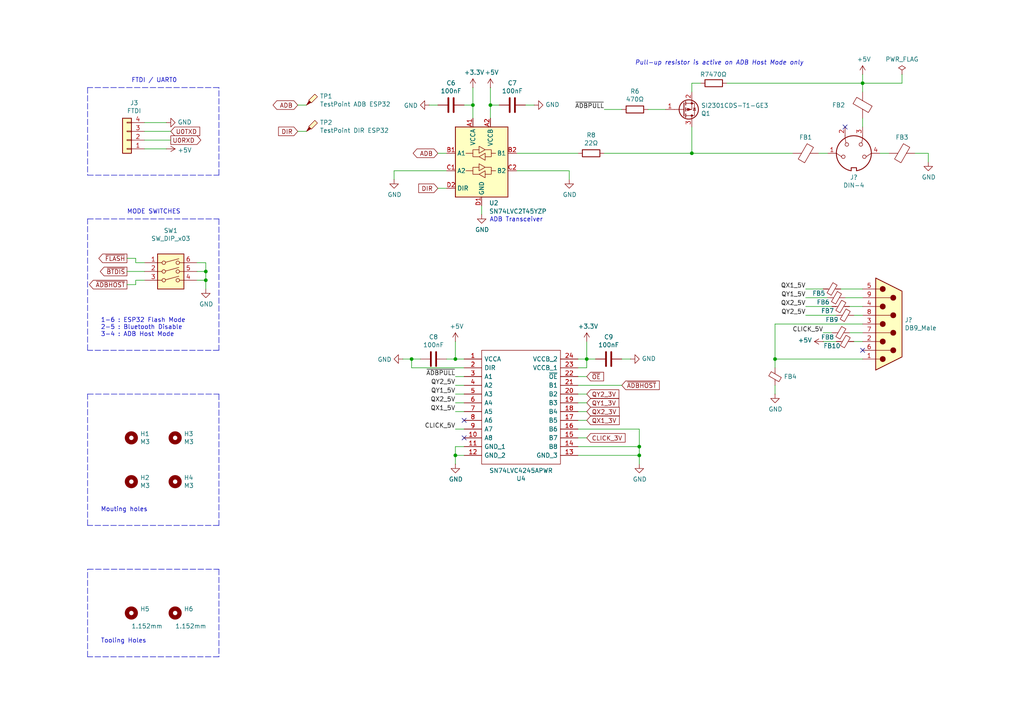
<source format=kicad_sch>
(kicad_sch (version 20250114) (generator "eeschema") (generator_version "9.0")
  (paper "A4")
  (title_block (title "Quack Mouse Adapter") (date "2025-11-25") (rev "1.5") (company "Lostwave") (comment 1 "https://68kmla.org") (comment 2 "https://github.com/demik/quack/tree/master/EDA"))
  (lib_symbols
    (symbol "Connector:DIN-4" (pin_names (offset 1.016))
      (property "Reference" "J" (at 5.334 5.08 0))
      (property "Value" "DIN-4" (at 0 -6.35 0))
      (symbol "DIN-4_0_1"
        (polyline (pts (xy -3.556 -1.016) (xy -5.08 0)))
        (circle (center -3.048 -1.016) (radius 0.508))
        (polyline (pts (xy -2.54 5.08) (xy -2.54 4.318) (xy -2.286 3.048)))
        (circle (center -2.032 2.54) (radius 0.508))
        (polyline (pts (xy -0.762 -4.953) (xy -0.762 -4.191) (xy 0.762 -4.191) (xy 0.762 -4.953)) (stroke (width 0.254)))
        (arc (start 5.08 0) (mid 3.8673 -3.3444) (end 0.762 -5.08) (stroke (width 0.254)))
        (arc (start -5.08 0) (mid 0 5.0579) (end 5.08 0) (stroke (width 0.254)))
        (arc (start -0.762 -5.08) (mid -3.8597 -3.3379) (end -5.08 0) (stroke (width 0.254)))
        (circle (center 2.032 2.54) (radius 0.508))
        (polyline (pts (xy 2.54 5.08) (xy 2.54 4.318) (xy 2.286 3.048)))
        (circle (center 3.048 -1.016) (radius 0.508))
        (polyline (pts (xy 5.08 0) (xy 3.556 -1.016)))
      )
      (symbol "DIN-4_1_1"
        (pin passive line (at -7.62 0 0) (length 2.54) (name "~") (number "1"))
        (pin passive line (at -2.54 7.62 270) (length 2.54) (name "~") (number "2"))
        (pin passive line (at 2.54 7.62 270) (length 2.54) (name "~") (number "3"))
        (pin passive line (at 7.62 0 180) (length 2.54) (name "~") (number "4"))
      )
    )
    (symbol "Connector:TestPoint_Probe" (pin_numbers (hide yes)) (pin_names (offset 0.762) (hide yes))
      (property "Reference" "TP" (at 1.651 5.842 0))
      (property "Value" "TestPoint_Probe" (at 1.651 4.064 0))
      (symbol "TestPoint_Probe_0_1"
        (polyline (pts (xy 1.27 0.762) (xy 0 0) (xy 0.762 1.27) (xy 1.27 0.762)) (fill (type outline)))
        (polyline (pts (xy 1.397 0.635) (xy 0.635 1.397) (xy 2.413 3.175) (xy 3.175 2.413) (xy 1.397 0.635)) (fill (type background)))
      )
      (symbol "TestPoint_Probe_1_1"
        (pin passive line (at 0 0 90) (length 0) (name "1") (number "1"))
      )
    )
    (symbol "Connector_Generic:Conn_01x04" (pin_names (offset 1.016) (hide yes))
      (property "Reference" "J" (at 0 5.08 0))
      (property "Value" "Conn_01x04" (at 0 -7.62 0))
      (symbol "Conn_01x04_1_1"
        (rectangle (start -1.27 3.81) (end 1.27 -6.35) (stroke (width 0.254)) (fill (type background)))
        (rectangle (start -1.27 2.667) (end 0 2.413) (stroke (width 0.1524)))
        (rectangle (start -1.27 0.127) (end 0 -0.127) (stroke (width 0.1524)))
        (rectangle (start -1.27 -2.413) (end 0 -2.667) (stroke (width 0.1524)))
        (rectangle (start -1.27 -4.953) (end 0 -5.207) (stroke (width 0.1524)))
        (pin passive line (at -5.08 2.54 0) (length 3.81) (name "Pin_1") (number "1"))
        (pin passive line (at -5.08 0 0) (length 3.81) (name "Pin_2") (number "2"))
        (pin passive line (at -5.08 -2.54 0) (length 3.81) (name "Pin_3") (number "3"))
        (pin passive line (at -5.08 -5.08 0) (length 3.81) (name "Pin_4") (number "4"))
      )
    )
    (symbol "Device:C" (pin_numbers (hide yes)) (pin_names (offset 0.254))
      (property "Reference" "C" (at 0.635 2.54 0))
      (property "Value" "C" (at 0.635 -2.54 0))
      (symbol "C_0_1"
        (polyline (pts (xy -2.032 0.762) (xy 2.032 0.762)) (stroke (width 0.508)))
        (polyline (pts (xy -2.032 -0.762) (xy 2.032 -0.762)) (stroke (width 0.508)))
      )
      (symbol "C_1_1"
        (pin passive line (at 0 3.81 270) (length 2.794) (name "~") (number "1"))
        (pin passive line (at 0 -3.81 90) (length 2.794) (name "~") (number "2"))
      )
    )
    (symbol "Device:FerriteBead" (pin_numbers (hide yes)) (pin_names (offset 0))
      (property "Reference" "FB" (at -3.81 0.635 90))
      (property "Value" "FerriteBead" (at 3.81 0 90))
      (symbol "FerriteBead_0_1"
        (polyline (pts (xy -2.7686 0.4064) (xy -1.7018 2.2606) (xy 2.7686 -0.3048) (xy 1.6764 -2.159) (xy -2.7686 0.4064)))
        (polyline (pts (xy 0 1.27) (xy 0 1.2954)))
        (polyline (pts (xy 0 -1.27) (xy 0 -1.2192)))
      )
      (symbol "FerriteBead_1_1"
        (pin passive line (at 0 3.81 270) (length 2.54) (name "~") (number "1"))
        (pin passive line (at 0 -3.81 90) (length 2.54) (name "~") (number "2"))
      )
    )
    (symbol "Device:FerriteBead_Small" (pin_numbers (hide yes)) (pin_names (offset 0))
      (property "Reference" "FB" (at 1.905 1.27 0))
      (property "Value" "FerriteBead_Small" (at 1.905 -1.27 0))
      (symbol "FerriteBead_Small_0_1"
        (polyline (pts (xy -1.8288 0.2794) (xy -1.1176 1.4986) (xy 1.8288 -0.2032) (xy 1.1176 -1.4224) (xy -1.8288 0.2794)))
        (polyline (pts (xy 0 0.889) (xy 0 1.2954)))
        (polyline (pts (xy 0 -1.27) (xy 0 -0.7874)))
      )
      (symbol "FerriteBead_Small_1_1"
        (pin passive line (at 0 2.54 270) (length 1.27) (name "~") (number "1"))
        (pin passive line (at 0 -2.54 90) (length 1.27) (name "~") (number "2"))
      )
    )
    (symbol "Device:R" (pin_numbers (hide yes)) (pin_names (offset 0))
      (property "Reference" "R" (at 2.032 0 90))
      (property "Value" "R" (at 0 0 90))
      (symbol "R_0_1"
        (rectangle (start -1.016 -2.54) (end 1.016 2.54) (stroke (width 0.254)))
      )
      (symbol "R_1_1"
        (pin passive line (at 0 3.81 270) (length 1.27) (name "~") (number "1"))
        (pin passive line (at 0 -3.81 90) (length 1.27) (name "~") (number "2"))
      )
    )
    (symbol "Logic_LevelTranslator:SN74LVC2T45YZP"
      (property "Reference" "U" (at -6.35 11.43 0))
      (property "Value" "SN74LVC2T45YZP" (at 3.81 11.43 0))
      (symbol "SN74LVC2T45YZP_0_1"
        (rectangle (start -7.62 10.16) (end 7.62 -10.16) (stroke (width 0.254)) (fill (type background)))
        (polyline (pts (xy -2.54 2.54) (xy -2.54 3.556) (xy -0.762 3.556)))
        (polyline (pts (xy -0.762 2.54) (xy -0.762 4.572) (xy 1.016 3.556) (xy -0.762 2.54)))
        (polyline (pts (xy -0.762 1.524) (xy -2.54 1.524) (xy -2.54 2.54) (xy -4.572 2.54)))
        (polyline (pts (xy 1.016 3.556) (xy 2.794 3.556) (xy 2.794 2.54) (xy 4.064 2.54)))
        (polyline (pts (xy 1.016 2.54) (xy 1.016 0.762) (xy 1.016 0.508) (xy -0.762 1.524) (xy 1.016 2.54)))
        (polyline (pts (xy 2.794 2.54) (xy 2.794 1.524) (xy 1.016 1.524)))
      )
      (symbol "SN74LVC2T45YZP_1_1"
        (polyline (pts (xy -2.54 -2.54) (xy -2.54 -1.524) (xy -0.762 -1.524)))
        (polyline (pts (xy -0.762 -2.54) (xy -0.762 -0.508) (xy 1.016 -1.524) (xy -0.762 -2.54)))
        (polyline (pts (xy -0.762 -3.556) (xy -2.54 -3.556) (xy -2.54 -2.54) (xy -4.572 -2.54)))
        (polyline (pts (xy 1.016 -1.524) (xy 2.794 -1.524) (xy 2.794 -2.54) (xy 4.064 -2.54)))
        (polyline (pts (xy 1.016 -2.54) (xy 1.016 -4.318) (xy 1.016 -4.572) (xy -0.762 -3.556) (xy 1.016 -2.54)))
        (polyline (pts (xy 2.794 -2.54) (xy 2.794 -3.556) (xy 1.016 -3.556)))
        (pin bidirectional line (at -10.16 2.54 0) (length 2.54) (name "A1") (number "B1"))
        (pin bidirectional line (at -10.16 -2.54 0) (length 2.54) (name "A2") (number "C1"))
        (pin input line (at -10.16 -7.62 0) (length 2.54) (name "DIR") (number "D2"))
        (pin power_in line (at -2.54 12.7 270) (length 2.54) (name "VCCA") (number "A1"))
        (pin power_in line (at 0 -12.7 90) (length 2.54) (name "GND") (number "D1"))
        (pin power_in line (at 2.54 12.7 270) (length 2.54) (name "VCCB") (number "A2"))
        (pin bidirectional line (at 10.16 2.54 180) (length 2.54) (name "B1") (number "B2"))
        (pin bidirectional line (at 10.16 -2.54 180) (length 2.54) (name "B2") (number "C2"))
      )
    )
    (symbol "Mechanical:MountingHole" (pin_names (offset 1.016)) (in_bom no)
      (property "Reference" "H" (at 0 5.08 0))
      (property "Value" "MountingHole" (at 0 3.175 0))
      (symbol "MountingHole_0_1"
        (circle (center 0 0) (radius 1.27) (stroke (width 1.27)))
      )
    )
    (symbol "SN74LVC4245APWR:SN74LVC4245APWR" (pin_names (offset 0.762))
      (property "Reference" "IC" (at 29.21 7.62 0))
      (property "Value" "SN74LVC4245APWR" (at 29.21 5.08 0))
      (symbol "SN74LVC4245APWR_0_0"
        (pin passive line (at 0 0 0) (length 5.08) (name "VCCA") (number "1"))
        (pin passive line (at 0 -2.54 0) (length 5.08) (name "DIR") (number "2"))
        (pin passive line (at 0 -5.08 0) (length 5.08) (name "A1") (number "3"))
        (pin passive line (at 0 -7.62 0) (length 5.08) (name "A2") (number "4"))
        (pin passive line (at 0 -10.16 0) (length 5.08) (name "A3") (number "5"))
        (pin passive line (at 0 -12.7 0) (length 5.08) (name "A4") (number "6"))
        (pin passive line (at 0 -15.24 0) (length 5.08) (name "A5") (number "7"))
        (pin passive line (at 0 -17.78 0) (length 5.08) (name "A6") (number "8"))
        (pin passive line (at 0 -20.32 0) (length 5.08) (name "A7") (number "9"))
        (pin passive line (at 0 -22.86 0) (length 5.08) (name "A8") (number "10"))
        (pin passive line (at 0 -25.4 0) (length 5.08) (name "GND_1") (number "11"))
        (pin passive line (at 0 -27.94 0) (length 5.08) (name "GND_2") (number "12"))
        (pin passive line (at 33.02 0 180) (length 5.08) (name "VCCB_2") (number "24"))
        (pin passive line (at 33.02 -2.54 180) (length 5.08) (name "VCCB_1") (number "23"))
        (pin passive line (at 33.02 -5.08 180) (length 5.08) (name "~{OE}") (number "22"))
        (pin passive line (at 33.02 -7.62 180) (length 5.08) (name "B1") (number "21"))
        (pin passive line (at 33.02 -10.16 180) (length 5.08) (name "B2") (number "20"))
        (pin passive line (at 33.02 -12.7 180) (length 5.08) (name "B3") (number "19"))
        (pin passive line (at 33.02 -15.24 180) (length 5.08) (name "B4") (number "18"))
        (pin passive line (at 33.02 -17.78 180) (length 5.08) (name "B5") (number "17"))
        (pin passive line (at 33.02 -20.32 180) (length 5.08) (name "B6") (number "16"))
        (pin passive line (at 33.02 -22.86 180) (length 5.08) (name "B7") (number "15"))
        (pin passive line (at 33.02 -25.4 180) (length 5.08) (name "B8") (number "14"))
        (pin passive line (at 33.02 -27.94 180) (length 5.08) (name "GND_3") (number "13"))
      )
      (symbol "SN74LVC4245APWR_0_1"
        (polyline (pts (xy 5.08 2.54) (xy 27.94 2.54) (xy 27.94 -30.48) (xy 5.08 -30.48) (xy 5.08 2.54)) (stroke (width 0.1524)))
      )
    )
    (symbol "Switch:SW_DIP_x03" (pin_names (offset 0) (hide yes))
      (property "Reference" "SW" (at 0 6.35 0))
      (property "Value" "SW_DIP_x03" (at 0 -6.35 0))
      (symbol "SW_DIP_x03_0_0"
        (circle (center -2.032 2.54) (radius 0.508))
        (circle (center -2.032 0) (radius 0.508))
        (circle (center -2.032 -2.54) (radius 0.508))
        (polyline (pts (xy -1.524 2.667) (xy 2.3622 3.7084)))
        (polyline (pts (xy -1.524 0.127) (xy 2.3622 1.1684)))
        (polyline (pts (xy -1.524 -2.413) (xy 2.3622 -1.3716)))
        (circle (center 2.032 2.54) (radius 0.508))
        (circle (center 2.032 0) (radius 0.508))
        (circle (center 2.032 -2.54) (radius 0.508))
      )
      (symbol "SW_DIP_x03_0_1"
        (rectangle (start -3.81 5.08) (end 3.81 -5.08) (stroke (width 0.254)) (fill (type background)))
      )
      (symbol "SW_DIP_x03_1_1"
        (pin passive line (at -7.62 2.54 0) (length 5.08) (name "~") (number "1"))
        (pin passive line (at -7.62 0 0) (length 5.08) (name "~") (number "2"))
        (pin passive line (at -7.62 -2.54 0) (length 5.08) (name "~") (number "3"))
        (pin passive line (at 7.62 2.54 180) (length 5.08) (name "~") (number "6"))
        (pin passive line (at 7.62 0 180) (length 5.08) (name "~") (number "5"))
        (pin passive line (at 7.62 -2.54 180) (length 5.08) (name "~") (number "4"))
      )
    )
    (symbol "Transistor_FET:Q_PMOS_GSD" (pin_names (offset 0) (hide yes))
      (property "Reference" "Q" (at 5.08 1.905 0))
      (property "Value" "Q_PMOS_GSD" (at 5.08 0 0))
      (symbol "Q_PMOS_GSD_0_1"
        (polyline (pts (xy 0.254 1.905) (xy 0.254 -1.905)) (stroke (width 0.254)))
        (polyline (pts (xy 0.254 0) (xy -2.54 0)))
        (polyline (pts (xy 0.762 2.286) (xy 0.762 1.27)) (stroke (width 0.254)))
        (polyline (pts (xy 0.762 1.778) (xy 3.302 1.778) (xy 3.302 -1.778) (xy 0.762 -1.778)))
        (polyline (pts (xy 0.762 0.508) (xy 0.762 -0.508)) (stroke (width 0.254)))
        (polyline (pts (xy 0.762 -1.27) (xy 0.762 -2.286)) (stroke (width 0.254)))
        (circle (center 1.651 0) (radius 2.794) (stroke (width 0.254)))
        (polyline (pts (xy 2.286 0) (xy 1.27 0.381) (xy 1.27 -0.381) (xy 2.286 0)) (fill (type outline)))
        (polyline (pts (xy 2.54 2.54) (xy 2.54 1.778)))
        (circle (center 2.54 1.778) (radius 0.254) (fill (type outline)))
        (circle (center 2.54 -1.778) (radius 0.254) (fill (type outline)))
        (polyline (pts (xy 2.54 -2.54) (xy 2.54 0) (xy 0.762 0)))
        (polyline (pts (xy 2.921 -0.381) (xy 3.683 -0.381)))
        (polyline (pts (xy 3.302 -0.381) (xy 2.921 0.254) (xy 3.683 0.254) (xy 3.302 -0.381)))
      )
      (symbol "Q_PMOS_GSD_1_1"
        (pin input line (at -5.08 0 0) (length 2.54) (name "G") (number "1"))
        (pin passive line (at 2.54 5.08 270) (length 2.54) (name "D") (number "3"))
        (pin passive line (at 2.54 -5.08 90) (length 2.54) (name "S") (number "2"))
      )
    )
    (symbol "power:+3.3V" (power) (pin_numbers (hide yes)) (pin_names (offset 0) (hide yes))
      (property "Value" "+3.3V" (at 0 3.556 0))
      (symbol "+3.3V_0_1"
        (polyline (pts (xy -0.762 1.27) (xy 0 2.54)))
        (polyline (pts (xy 0 2.54) (xy 0.762 1.27)))
        (polyline (pts (xy 0 0) (xy 0 2.54)))
      )
      (symbol "+3.3V_1_1"
        (pin power_in line (at 0 0 90) (length 0) (name "~") (number "1"))
      )
    )
    (symbol "power:+5V" (power) (pin_numbers (hide yes)) (pin_names (offset 0) (hide yes))
      (property "Value" "+5V" (at 0 3.556 0))
      (symbol "+5V_0_1"
        (polyline (pts (xy -0.762 1.27) (xy 0 2.54)))
        (polyline (pts (xy 0 2.54) (xy 0.762 1.27)))
        (polyline (pts (xy 0 0) (xy 0 2.54)))
      )
      (symbol "+5V_1_1"
        (pin power_in line (at 0 0 90) (length 0) (name "~") (number "1"))
      )
    )
    (symbol "power:GND" (power) (pin_numbers (hide yes)) (pin_names (offset 0) (hide yes))
      (property "Value" "GND" (at 0 -3.81 0))
      (symbol "GND_0_1"
        (polyline (pts (xy 0 0) (xy 0 -1.27) (xy 1.27 -1.27) (xy 0 -2.54) (xy -1.27 -1.27) (xy 0 -1.27)))
      )
      (symbol "GND_1_1"
        (pin power_in line (at 0 0 270) (length 0) (name "~") (number "1"))
      )
    )
    (symbol "power:PWR_FLAG" (power) (pin_numbers (hide yes)) (pin_names (offset 0) (hide yes))
      (property "Value" "PWR_FLAG" (at 0 3.81 0))
      (symbol "PWR_FLAG_0_0"
        (pin power_out line (at 0 0 90) (length 0) (name "~") (number "1"))
      )
      (symbol "PWR_FLAG_0_1"
        (polyline (pts (xy 0 0) (xy 0 1.27) (xy -1.016 1.905) (xy 0 2.54) (xy 1.016 1.905) (xy 0 1.27)))
      )
    )
    (symbol "quack-rescue:DB9_Male-Connector" (pin_names (offset 1.016) (hide yes))
      (property "Reference" "J" (at 0 13.97 0))
      (property "Value" "Connector_DB9_Male" (at 0 -14.605 0))
      (symbol "DB9_Male-Connector_0_1"
        (polyline (pts (xy -3.81 10.16) (xy -2.54 10.16)))
        (polyline (pts (xy -3.81 7.62) (xy 0.508 7.62)))
        (polyline (pts (xy -3.81 5.08) (xy -2.54 5.08)))
        (polyline (pts (xy -3.81 2.54) (xy 0.508 2.54)))
        (polyline (pts (xy -3.81 0) (xy -2.54 0)))
        (polyline (pts (xy -3.81 -2.54) (xy 0.508 -2.54)))
        (polyline (pts (xy -3.81 -5.08) (xy -2.54 -5.08)))
        (polyline (pts (xy -3.81 -7.62) (xy 0.508 -7.62)))
        (polyline (pts (xy -3.81 -10.16) (xy -2.54 -10.16)))
        (polyline (pts (xy -3.81 -13.335) (xy -3.81 13.335) (xy 3.81 9.525) (xy 3.81 -9.525) (xy -3.81 -13.335)) (stroke (width 0.254)) (fill (type background)))
        (circle (center -1.778 10.16) (radius 0.762) (fill (type outline)))
        (circle (center -1.778 5.08) (radius 0.762) (fill (type outline)))
        (circle (center -1.778 0) (radius 0.762) (fill (type outline)))
        (circle (center -1.778 -5.08) (radius 0.762) (fill (type outline)))
        (circle (center -1.778 -10.16) (radius 0.762) (fill (type outline)))
        (circle (center 1.27 7.62) (radius 0.762) (fill (type outline)))
        (circle (center 1.27 2.54) (radius 0.762) (fill (type outline)))
        (circle (center 1.27 -2.54) (radius 0.762) (fill (type outline)))
        (circle (center 1.27 -7.62) (radius 0.762) (fill (type outline)))
      )
      (symbol "DB9_Male-Connector_1_1"
        (pin passive line (at -7.62 10.16 0) (length 3.81) (name "5") (number "5"))
        (pin passive line (at -7.62 7.62 0) (length 3.81) (name "9") (number "9"))
        (pin passive line (at -7.62 5.08 0) (length 3.81) (name "4") (number "4"))
        (pin passive line (at -7.62 2.54 0) (length 3.81) (name "8") (number "8"))
        (pin passive line (at -7.62 0 0) (length 3.81) (name "3") (number "3"))
        (pin passive line (at -7.62 -2.54 0) (length 3.81) (name "7") (number "7"))
        (pin passive line (at -7.62 -5.08 0) (length 3.81) (name "2") (number "2"))
        (pin passive line (at -7.62 -7.62 0) (length 3.81) (name "6") (number "6"))
        (pin passive line (at -7.62 -10.16 0) (length 3.81) (name "1") (number "1"))
      )
    )
  )
  (text "1-6 : ESP32 Flash Mode\n2-5 : Bluetooth Disable\n3-4 : ADB Host Mode" (at 29.21 97.79 0) (effects (font (size 1.27 1.27)) (justify left bottom)))
  (text "Mouting holes" (at 29.21 148.59 0) (effects (font (size 1.27 1.27)) (justify left bottom)))
  (text "MODE SWITCHES" (at 36.83 62.23 0) (effects (font (size 1.27 1.27)) (justify left bottom)))
  (text "ADB Transceiver" (at 141.986 64.516 0) (effects (font (size 1.27 1.27)) (justify left bottom)))
  (text "Pull-up resistor is active on ADB Host Mode only" (at 184.15 19.05 0) (effects (font (size 1.27 1.27) (italic yes)) (justify left bottom)))
  (text "Tooling Holes" (at 29.21 186.69 0) (effects (font (size 1.27 1.27)) (justify left bottom)))
  (text "FTDI / UART0" (at 38.1 24.13 0) (effects (font (size 1.27 1.27)) (justify left bottom)))
  (junction (at 132.08 104.14))
  (junction (at 59.69 81.28))
  (junction (at 119.38 104.14))
  (junction (at 185.42 132.08))
  (junction (at 142.24 30.48))
  (junction (at 200.66 44.45))
  (junction (at 59.69 78.74))
  (junction (at 224.79 104.14))
  (junction (at 250.19 24.13))
  (junction (at 170.18 104.14))
  (junction (at 132.08 132.08))
  (junction (at 185.42 129.54))
  (junction (at 137.16 30.48))
  (no_connect (at 245.11 36.83))
  (no_connect (at 250.19 101.6))
  (no_connect (at 134.62 121.92))
  (no_connect (at 134.62 127))
  (polyline (pts (xy 25.4 101.6) (xy 25.4 63.5)) (stroke (width 0) (type dash)))
  (wire (pts (xy 124.46 30.48) (xy 127 30.48)))
  (wire (pts (xy 170.18 109.22) (xy 167.64 109.22)))
  (wire (pts (xy 180.34 104.14) (xy 182.88 104.14)))
  (polyline (pts (xy 63.5 165.1) (xy 63.5 190.5)) (stroke (width 0) (type dash)))
  (wire (pts (xy 193.04 31.75) (xy 187.96 31.75)))
  (polyline (pts (xy 25.4 63.5) (xy 63.5 63.5)) (stroke (width 0) (type dash)))
  (wire (pts (xy 245.11 86.36) (xy 250.19 86.36)))
  (wire (pts (xy 200.66 44.45) (xy 229.87 44.45)))
  (wire (pts (xy 149.86 49.53) (xy 165.1 49.53)))
  (wire (pts (xy 134.62 30.48) (xy 137.16 30.48)))
  (polyline (pts (xy 25.4 50.8) (xy 63.5 50.8)) (stroke (width 0) (type dash)))
  (wire (pts (xy 127 54.61) (xy 129.54 54.61)))
  (wire (pts (xy 167.64 44.45) (xy 149.86 44.45)))
  (polyline (pts (xy 25.4 114.3) (xy 63.5 114.3)) (stroke (width 0) (type dash)))
  (wire (pts (xy 134.62 111.76) (xy 132.08 111.76)))
  (wire (pts (xy 132.08 129.54) (xy 132.08 132.08)))
  (wire (pts (xy 49.53 40.64) (xy 41.91 40.64)))
  (polyline (pts (xy 63.5 63.5) (xy 63.5 101.6)) (stroke (width 0) (type dash)))
  (wire (pts (xy 36.83 82.55) (xy 39.37 82.55)))
  (wire (pts (xy 129.54 44.45) (xy 127 44.45)))
  (wire (pts (xy 170.18 106.68) (xy 170.18 104.14)))
  (polyline (pts (xy 63.5 190.5) (xy 25.4 190.5)) (stroke (width 0) (type dash)))
  (wire (pts (xy 250.19 24.13) (xy 210.82 24.13)))
  (wire (pts (xy 142.24 34.29) (xy 142.24 30.48)))
  (wire (pts (xy 57.15 81.28) (xy 59.69 81.28)))
  (wire (pts (xy 255.27 44.45) (xy 257.81 44.45)))
  (wire (pts (xy 233.68 88.9) (xy 241.3 88.9)))
  (wire (pts (xy 167.64 132.08) (xy 185.42 132.08)))
  (wire (pts (xy 247.65 99.06) (xy 250.19 99.06)))
  (wire (pts (xy 152.4 30.48) (xy 154.94 30.48)))
  (wire (pts (xy 134.62 129.54) (xy 132.08 129.54)))
  (polyline (pts (xy 63.5 114.3) (xy 63.5 152.4)) (stroke (width 0) (type dash)))
  (polyline (pts (xy 25.4 165.1) (xy 63.5 165.1)) (stroke (width 0) (type dash)))
  (wire (pts (xy 86.36 38.1) (xy 88.9 38.1)))
  (wire (pts (xy 269.24 46.99) (xy 269.24 44.45)))
  (wire (pts (xy 49.53 38.1) (xy 41.91 38.1)))
  (wire (pts (xy 170.18 114.3) (xy 167.64 114.3)))
  (polyline (pts (xy 25.4 25.4) (xy 25.4 50.8)) (stroke (width 0) (type dash)))
  (wire (pts (xy 203.2 24.13) (xy 200.66 24.13)))
  (wire (pts (xy 250.19 88.9) (xy 246.38 88.9)))
  (wire (pts (xy 119.38 104.14) (xy 121.92 104.14)))
  (wire (pts (xy 132.08 104.14) (xy 132.08 99.06)))
  (wire (pts (xy 250.19 36.83) (xy 250.19 34.29)))
  (wire (pts (xy 250.19 21.59) (xy 250.19 24.13)))
  (wire (pts (xy 134.62 104.14) (xy 132.08 104.14)))
  (wire (pts (xy 119.38 104.14) (xy 116.84 104.14)))
  (wire (pts (xy 167.64 121.92) (xy 170.18 121.92)))
  (wire (pts (xy 57.15 76.2) (xy 59.69 76.2)))
  (wire (pts (xy 200.66 24.13) (xy 200.66 26.67)))
  (wire (pts (xy 175.26 31.75) (xy 180.34 31.75)))
  (wire (pts (xy 167.64 124.46) (xy 185.42 124.46)))
  (wire (pts (xy 39.37 82.55) (xy 39.37 81.28)))
  (wire (pts (xy 250.19 104.14) (xy 224.79 104.14)))
  (wire (pts (xy 170.18 99.06) (xy 170.18 104.14)))
  (wire (pts (xy 114.3 52.07) (xy 114.3 49.53)))
  (wire (pts (xy 240.03 44.45) (xy 237.49 44.45)))
  (wire (pts (xy 59.69 81.28) (xy 59.69 83.82)))
  (wire (pts (xy 39.37 76.2) (xy 41.91 76.2)))
  (wire (pts (xy 224.79 104.14) (xy 224.79 106.68)))
  (wire (pts (xy 132.08 132.08) (xy 132.08 134.62)))
  (wire (pts (xy 175.26 44.45) (xy 200.66 44.45)))
  (wire (pts (xy 134.62 109.22) (xy 132.08 109.22)))
  (polyline (pts (xy 25.4 152.4) (xy 25.4 114.3)) (stroke (width 0) (type dash)))
  (wire (pts (xy 180.34 111.76) (xy 167.64 111.76)))
  (wire (pts (xy 185.42 124.46) (xy 185.42 129.54)))
  (wire (pts (xy 119.38 106.68) (xy 119.38 104.14)))
  (wire (pts (xy 233.68 83.82) (xy 238.76 83.82)))
  (wire (pts (xy 250.19 83.82) (xy 243.84 83.82)))
  (wire (pts (xy 185.42 132.08) (xy 185.42 134.62)))
  (wire (pts (xy 167.64 129.54) (xy 185.42 129.54)))
  (wire (pts (xy 137.16 30.48) (xy 137.16 25.4)))
  (wire (pts (xy 39.37 74.93) (xy 39.37 76.2)))
  (wire (pts (xy 137.16 34.29) (xy 137.16 30.48)))
  (wire (pts (xy 36.83 74.93) (xy 39.37 74.93)))
  (wire (pts (xy 86.36 30.48) (xy 88.9 30.48)))
  (wire (pts (xy 48.26 35.56) (xy 41.91 35.56)))
  (polyline (pts (xy 63.5 152.4) (xy 25.4 152.4)) (stroke (width 0) (type dash)))
  (wire (pts (xy 139.7 62.23) (xy 139.7 59.69)))
  (wire (pts (xy 250.19 24.13) (xy 250.19 26.67)))
  (wire (pts (xy 167.64 127) (xy 170.18 127)))
  (wire (pts (xy 247.65 91.44) (xy 250.19 91.44)))
  (wire (pts (xy 134.62 132.08) (xy 132.08 132.08)))
  (wire (pts (xy 36.83 78.74) (xy 41.91 78.74)))
  (wire (pts (xy 167.64 106.68) (xy 170.18 106.68)))
  (polyline (pts (xy 63.5 50.8) (xy 63.5 25.4)) (stroke (width 0) (type dash)))
  (wire (pts (xy 185.42 129.54) (xy 185.42 132.08)))
  (wire (pts (xy 132.08 124.46) (xy 134.62 124.46)))
  (wire (pts (xy 48.26 43.18) (xy 41.91 43.18)))
  (wire (pts (xy 170.18 104.14) (xy 172.72 104.14)))
  (wire (pts (xy 167.64 116.84) (xy 170.18 116.84)))
  (wire (pts (xy 142.24 30.48) (xy 144.78 30.48)))
  (wire (pts (xy 59.69 78.74) (xy 59.69 81.28)))
  (polyline (pts (xy 25.4 190.5) (xy 25.4 165.1)) (stroke (width 0) (type dash)))
  (wire (pts (xy 246.38 96.52) (xy 250.19 96.52)))
  (wire (pts (xy 114.3 49.53) (xy 129.54 49.53)))
  (polyline (pts (xy 63.5 25.4) (xy 25.4 25.4)) (stroke (width 0) (type dash)))
  (wire (pts (xy 261.62 21.59) (xy 261.62 24.13)))
  (wire (pts (xy 261.62 24.13) (xy 250.19 24.13)))
  (wire (pts (xy 39.37 81.28) (xy 41.91 81.28)))
  (wire (pts (xy 200.66 36.83) (xy 200.66 44.45)))
  (wire (pts (xy 238.76 96.52) (xy 241.3 96.52)))
  (wire (pts (xy 233.68 91.44) (xy 242.57 91.44)))
  (wire (pts (xy 132.08 119.38) (xy 134.62 119.38)))
  (wire (pts (xy 224.79 111.76) (xy 224.79 114.3)))
  (wire (pts (xy 233.68 86.36) (xy 240.03 86.36)))
  (wire (pts (xy 59.69 76.2) (xy 59.69 78.74)))
  (wire (pts (xy 238.76 99.06) (xy 242.57 99.06)))
  (wire (pts (xy 142.24 30.48) (xy 142.24 25.4)))
  (wire (pts (xy 165.1 49.53) (xy 165.1 52.07)))
  (wire (pts (xy 269.24 44.45) (xy 265.43 44.45)))
  (wire (pts (xy 170.18 104.14) (xy 167.64 104.14)))
  (wire (pts (xy 167.64 119.38) (xy 170.18 119.38)))
  (wire (pts (xy 132.08 116.84) (xy 134.62 116.84)))
  (wire (pts (xy 129.54 104.14) (xy 132.08 104.14)))
  (wire (pts (xy 57.15 78.74) (xy 59.69 78.74)))
  (polyline (pts (xy 63.5 101.6) (xy 25.4 101.6)) (stroke (width 0) (type dash)))
  (wire (pts (xy 132.08 114.3) (xy 134.62 114.3)))
  (wire (pts (xy 224.79 104.14) (xy 224.79 93.98)))
  (wire (pts (xy 224.79 93.98) (xy 250.19 93.98)))
  (wire (pts (xy 134.62 106.68) (xy 119.38 106.68)))
  (label "CLICK_5V" (at 238.76 96.52 180))
  (label "QX1_5V" (at 233.68 83.82 180))
  (label "QX2_5V" (at 233.68 88.9 180))
  (label "CLICK_5V" (at 132.08 124.46 180))
  (label "QY1_5V" (at 132.08 114.3 180))
  (label "QX2_5V" (at 132.08 116.84 180))
  (label "~{ADBPULL}" (at 175.26 31.75 180))
  (label "QY1_5V" (at 233.68 86.36 180))
  (label "~{ADBPULL}" (at 132.08 109.22 180))
  (label "QY2_5V" (at 233.68 91.44 180))
  (label "QY2_5V" (at 132.08 111.76 180))
  (label "QX1_5V" (at 132.08 119.38 180))
  (global_label "QX1_3V" (shape input) (at 170.18 121.92 0) (property "Intersheetrefs" "${INTERSHEET_REFS}" (effects (hide yes))))
  (global_label "ADB" (shape bidirectional) (at 127 44.45 180) (property "Intersheetrefs" "${INTERSHEET_REFS}" (effects (hide yes))))
  (global_label "~{FLASH}" (shape output) (at 36.83 74.93 180) (property "Intersheetrefs" "${INTERSHEET_REFS}" (effects (hide yes))))
  (global_label "~{BTDIS}" (shape output) (at 36.83 78.74 180) (property "Intersheetrefs" "${INTERSHEET_REFS}" (effects (hide yes))))
  (global_label "U0TXD" (shape input) (at 49.53 38.1 0) (property "Intersheetrefs" "${INTERSHEET_REFS}" (effects (hide yes))))
  (global_label "~{ADBHOST}" (shape input) (at 180.34 111.76 0) (property "Intersheetrefs" "${INTERSHEET_REFS}" (effects (hide yes))))
  (global_label "DIR" (shape input) (at 86.36 38.1 180) (property "Intersheetrefs" "${INTERSHEET_REFS}" (effects (hide yes))))
  (global_label "DIR" (shape input) (at 127 54.61 180) (property "Intersheetrefs" "${INTERSHEET_REFS}" (effects (hide yes))))
  (global_label "ADB" (shape bidirectional) (at 86.36 30.48 180) (property "Intersheetrefs" "${INTERSHEET_REFS}" (effects (hide yes))))
  (global_label "QY2_3V" (shape input) (at 170.18 114.3 0) (property "Intersheetrefs" "${INTERSHEET_REFS}" (effects (hide yes))))
  (global_label "~{ADBHOST}" (shape output) (at 36.83 82.55 180) (property "Intersheetrefs" "${INTERSHEET_REFS}" (effects (hide yes))))
  (global_label "QY1_3V" (shape input) (at 170.18 116.84 0) (property "Intersheetrefs" "${INTERSHEET_REFS}" (effects (hide yes))))
  (global_label "U0RXD" (shape output) (at 49.53 40.64 0) (property "Intersheetrefs" "${INTERSHEET_REFS}" (effects (hide yes))))
  (global_label "~{OE}" (shape input) (at 170.18 109.22 0) (property "Intersheetrefs" "${INTERSHEET_REFS}" (effects (hide yes))))
  (global_label "CLICK_3V" (shape input) (at 170.18 127 0) (property "Intersheetrefs" "${INTERSHEET_REFS}" (effects (hide yes))))
  (global_label "QX2_3V" (shape input) (at 170.18 119.38 0) (property "Intersheetrefs" "${INTERSHEET_REFS}" (effects (hide yes))))
  (symbol (lib_id "Connector:DIN-4") (at 247.65 44.45 0) (unit 1)
    (property "Reference" "J1" (at 247.65 51.435 0))
    (property "Value" "DIN-4" (at 247.65 53.7464 0))
    (property "Footprint" "Quack_MDIN4:57491811" (effects (hide yes)))
    (property "Datasheet" "http://www.mouser.com/ds/2/18/40_c091_abd_e-75918.pdf" (effects (hide yes)))
    (instances (project "" (path "" (reference "J?") (unit 1)) (path "" (reference "J1") (unit 1))))
  )
  (symbol (lib_id "quack-rescue:DB9_Male-Connector") (at 257.81 93.98 0) (unit 1)
    (property "Reference" "J2" (at 262.382 92.8116 0) (effects (justify left)))
    (property "Value" "DB9_Male" (at 262.382 95.123 0) (effects (justify left)))
    (property "Footprint" "Quack_DB9:23018431" (effects (hide yes)))
    (instances (project "" (path "" (reference "J?") (unit 1)) (path "" (reference "J2") (unit 1))))
  )
  (symbol (lib_id "power:GND") (at 269.24 46.99 0) (unit 1)
    (property "Reference" "#PWR0101" (effects (hide yes)))
    (property "Value" "GND" (at 269.367 51.3842 0))
  )
  (symbol (lib_id "power:+5V") (at 250.19 21.59 0) (unit 1)
    (property "Reference" "#PWR0102" (effects (hide yes)))
    (property "Value" "+5V" (at 250.571 17.1958 0))
  )
  (symbol (lib_id "power:GND") (at 224.79 114.3 0) (unit 1)
    (property "Reference" "#PWR0103" (effects (hide yes)))
    (property "Value" "GND" (at 224.917 118.6942 0))
  )
  (symbol (lib_id "power:+5V") (at 238.76 99.06 90) (unit 1)
    (property "Reference" "#PWR0104" (effects (hide yes)))
    (property "Value" "+5V" (at 235.5088 98.679 90) (effects (justify left)))
  )
  (symbol (lib_id "power:+3.3V") (at 137.16 25.4 0) (unit 1)
    (property "Reference" "#PWR0106" (effects (hide yes)))
    (property "Value" "+3.3V" (at 137.541 21.0058 0))
  )
  (symbol (lib_id "power:PWR_FLAG") (at 261.62 21.59 0) (unit 1)
    (property "Reference" "#FLG0101" (effects (hide yes)))
    (property "Value" "PWR_FLAG" (at 261.62 17.1958 0))
  )
  (symbol (lib_id "Connector_Generic:Conn_01x04") (at 36.83 40.64 180) (unit 1)
    (property "Reference" "J3" (at 38.9128 29.845 0))
    (property "Value" "FTDI" (at 38.9128 32.1564 0))
    (property "Footprint" "Connector_PinHeader_2.54mm:PinHeader_1x04_P2.54mm_Vertical" (effects (hide yes)))
  )
  (symbol (lib_id "power:GND") (at 48.26 35.56 90) (unit 1)
    (property "Reference" "#PWR0116" (effects (hide yes)))
    (property "Value" "GND" (at 51.5112 35.433 90) (effects (justify right)))
  )
  (symbol (lib_id "power:+5V") (at 48.26 43.18 270) (unit 1)
    (property "Reference" "#PWR0117" (effects (hide yes)))
    (property "Value" "+5V" (at 51.5112 43.561 90) (effects (justify left)))
  )
  (symbol (lib_id "power:GND") (at 59.69 83.82 0) (unit 1)
    (property "Reference" "#PWR0119" (effects (hide yes)))
    (property "Value" "GND" (at 59.817 88.2142 0))
  )
  (symbol (lib_id "Device:FerriteBead") (at 233.68 44.45 270) (unit 1)
    (property "Reference" "FB1" (at 233.68 39.8272 90))
    (property "Value" "GZ2012D601TF" (effects (hide yes)))
    (property "Footprint" "Inductor_SMD:L_0805_2012Metric" (effects (hide yes)))
    (property "Description" "Ferrite bead" (effects (hide yes)))
  )
  (symbol (lib_id "Device:FerriteBead") (at 261.62 44.45 270) (unit 1)
    (property "Reference" "FB3" (at 261.62 39.8272 90))
    (property "Value" "GZ2012D601TF" (effects (hide yes)))
    (property "Footprint" "Inductor_SMD:L_0805_2012Metric" (effects (hide yes)))
    (property "Description" "Ferrite bead" (effects (hide yes)))
  )
  (symbol (lib_id "Device:FerriteBead") (at 250.19 30.48 0) (unit 1)
    (property "Reference" "FB2" (at 243.2304 30.48 0))
    (property "Value" "GZ2012D601TF" (effects (hide yes)))
    (property "Footprint" "Inductor_SMD:L_0805_2012Metric" (effects (hide yes)))
    (property "Description" "Ferrite bead" (effects (hide yes)))
  )
  (symbol (lib_id "Device:FerriteBead_Small") (at 241.3 83.82 270) (unit 1)
    (property "Reference" "FB5" (at 237.49 85.09 90))
    (property "Value" "GZ2012D601TF" (effects (hide yes)))
    (property "Footprint" "Inductor_SMD:L_0805_2012Metric" (effects (hide yes)))
    (property "Description" "Ferrite bead, small symbol" (effects (hide yes)))
  )
  (symbol (lib_id "Device:FerriteBead_Small") (at 242.57 86.36 270) (unit 1)
    (property "Reference" "FB6" (at 238.76 87.63 90))
    (property "Value" "GZ2012D601TF" (effects (hide yes)))
    (property "Footprint" "Inductor_SMD:L_0805_2012Metric" (effects (hide yes)))
    (property "Description" "Ferrite bead, small symbol" (effects (hide yes)))
  )
  (symbol (lib_id "Device:FerriteBead_Small") (at 243.84 88.9 270) (unit 1)
    (property "Reference" "FB7" (at 240.03 90.17 90))
    (property "Value" "GZ2012D601TF" (effects (hide yes)))
    (property "Footprint" "Inductor_SMD:L_0805_2012Metric" (effects (hide yes)))
    (property "Description" "Ferrite bead, small symbol" (effects (hide yes)))
  )
  (symbol (lib_id "Device:FerriteBead_Small") (at 245.11 91.44 270) (unit 1)
    (property "Reference" "FB9" (at 241.3 92.71 90))
    (property "Value" "GZ2012D601TF" (effects (hide yes)))
    (property "Footprint" "Inductor_SMD:L_0805_2012Metric" (effects (hide yes)))
    (property "Description" "Ferrite bead, small symbol" (effects (hide yes)))
  )
  (symbol (lib_id "Device:FerriteBead_Small") (at 224.79 109.22 180) (unit 1)
    (property "Reference" "FB4" (at 227.33 109.22 0) (effects (justify right)))
    (property "Value" "GZ2012D601TF" (effects (hide yes)))
    (property "Footprint" "Inductor_SMD:L_0805_2012Metric" (effects (hide yes)))
    (property "Description" "Ferrite bead, small symbol" (effects (hide yes)))
  )
  (symbol (lib_id "Device:FerriteBead_Small") (at 245.11 99.06 270) (unit 1)
    (property "Reference" "FB10" (at 241.3 100.33 90))
    (property "Value" "GZ2012D601TF" (effects (hide yes)))
    (property "Footprint" "Inductor_SMD:L_0805_2012Metric" (effects (hide yes)))
    (property "Description" "Ferrite bead, small symbol" (effects (hide yes)))
  )
  (symbol (lib_id "Device:FerriteBead_Small") (at 243.84 96.52 270) (unit 1)
    (property "Reference" "FB8" (at 240.03 97.79 90))
    (property "Value" "GZ2012D601TF" (effects (hide yes)))
    (property "Footprint" "Inductor_SMD:L_0805_2012Metric" (effects (hide yes)))
    (property "Description" "Ferrite bead, small symbol" (effects (hide yes)))
  )
  (symbol (lib_id "power:+5V") (at 142.24 25.4 0) (unit 1)
    (property "Reference" "#PWR0120" (effects (hide yes)))
    (property "Value" "+5V" (at 142.621 21.0058 0))
  )
  (symbol (lib_id "Device:C") (at 130.81 30.48 270) (unit 1)
    (property "Reference" "C6" (at 130.81 24.0792 90))
    (property "Value" "100nF" (at 130.81 26.3906 90))
    (property "Footprint" "Capacitor_SMD:C_0805_2012Metric" (effects (hide yes)))
  )
  (symbol (lib_id "Device:C") (at 148.59 30.48 270) (unit 1)
    (property "Reference" "C7" (at 148.59 24.0792 90))
    (property "Value" "100nF" (at 148.59 26.3906 90))
    (property "Footprint" "Capacitor_SMD:C_0805_2012Metric" (effects (hide yes)))
  )
  (symbol (lib_id "power:GND") (at 154.94 30.48 90) (unit 1)
    (property "Reference" "#PWR0123" (effects (hide yes)))
    (property "Value" "GND" (at 158.1912 30.353 90) (effects (justify right)))
  )
  (symbol (lib_id "power:GND") (at 124.46 30.48 270) (unit 1)
    (property "Reference" "#PWR0124" (effects (hide yes)))
    (property "Value" "GND" (at 121.2088 30.607 90) (effects (justify right)))
  )
  (symbol (lib_id "Switch:SW_DIP_x03") (at 49.53 78.74 0) (unit 1)
    (property "Reference" "SW1" (at 49.53 66.8782 0))
    (property "Value" "SW_DIP_x03" (at 49.53 69.1896 0))
    (property "Footprint" "Button_Switch_THT:SW_DIP_SPSTx03_Slide_9.78x9.8mm_W7.62mm_P2.54mm" (effects (hide yes)))
  )
  (symbol (lib_id "SN74LVC4245APWR:SN74LVC4245APWR") (at 134.62 104.14 0) (unit 1)
    (property "Reference" "U4" (at 151.13 138.811 0))
    (property "Value" "SN74LVC4245APWR" (at 151.13 136.4996 0))
    (property "Footprint" "Package_SO:TSSOP-24_4.4x7.8mm_P0.65mm" (effects (hide yes)))
    (property "Datasheet" "http://componentsearchengine.com/Datasheets/1/SN74LVC4245APWR.pdf" (effects (hide yes)))
    (property "Description" "OCTAL BUS TRANSCEIVER AND 3.3-V TO 5-V SHIFTER WITH 3-STATE OUTPUTS" (effects (hide yes)))
    (property "Height" "1.2" (effects (hide yes)))
    (property "Mouser Part Number" "595-SN74LVC4245APWR" (effects (hide yes)))
    (property "Mouser Price/Stock" "https://www.mouser.co.uk/ProductDetail/Texas-Instruments/SN74LVC4245APWR?qs=OorDGPQ79EoOBbnZpK9LdA%3D%3D" (effects (hide yes)))
    (property "Manufacturer_Name" "Texas Instruments" (effects (hide yes)))
    (property "Manufacturer_Part_Number" "SN74LVC4245APWR" (effects (hide yes)))
  )
  (symbol (lib_id "power:+5V") (at 132.08 99.06 0) (unit 1)
    (property "Reference" "#PWR0125" (effects (hide yes)))
    (property "Value" "+5V" (at 132.461 94.6658 0))
  )
  (symbol (lib_id "power:+3.3V") (at 170.18 99.06 0) (unit 1)
    (property "Reference" "#PWR0126" (effects (hide yes)))
    (property "Value" "+3.3V" (at 170.561 94.6658 0))
  )
  (symbol (lib_id "power:GND") (at 185.42 134.62 0) (unit 1)
    (property "Reference" "#PWR0127" (effects (hide yes)))
    (property "Value" "GND" (at 185.547 139.0142 0))
  )
  (symbol (lib_id "power:GND") (at 132.08 134.62 0) (unit 1)
    (property "Reference" "#PWR0128" (effects (hide yes)))
    (property "Value" "GND" (at 132.207 139.0142 0))
  )
  (symbol (lib_id "power:GND") (at 139.7 62.23 0) (unit 1)
    (property "Reference" "#PWR0129" (effects (hide yes)))
    (property "Value" "GND" (at 139.827 66.6242 0))
  )
  (symbol (lib_id "Transistor_FET:Q_PMOS_GSD") (at 198.12 31.75 0) (mirror x) (unit 1)
    (property "Reference" "Q1" (at 203.327 32.9184 0) (effects (justify left)))
    (property "Value" "SI2301CDS-T1-GE3" (at 203.327 30.607 0) (effects (justify left)))
    (property "Footprint" "Package_TO_SOT_SMD:SOT-23" (effects (hide yes)))
    (property "Description" "P-MOSFET transistor, gate/source/drain" (effects (hide yes)))
  )
  (symbol (lib_id "Device:C") (at 125.73 104.14 270) (unit 1)
    (property "Reference" "C8" (at 125.73 97.7392 90))
    (property "Value" "100nF" (at 125.73 100.0506 90))
    (property "Footprint" "Capacitor_SMD:C_0805_2012Metric" (effects (hide yes)))
  )
  (symbol (lib_id "power:GND") (at 116.84 104.14 270) (unit 1)
    (property "Reference" "#PWR0105" (effects (hide yes)))
    (property "Value" "GND" (at 113.5888 104.267 90) (effects (justify right)))
  )
  (symbol (lib_id "Device:C") (at 176.53 104.14 270) (unit 1)
    (property "Reference" "C9" (at 176.53 97.7392 90))
    (property "Value" "100nF" (at 176.53 100.0506 90))
    (property "Footprint" "Capacitor_SMD:C_0805_2012Metric" (effects (hide yes)))
  )
  (symbol (lib_id "power:GND") (at 182.88 104.14 90) (unit 1)
    (property "Reference" "#PWR0107" (effects (hide yes)))
    (property "Value" "GND" (at 186.1312 104.013 90) (effects (justify right)))
  )
  (symbol (lib_id "Device:R") (at 184.15 31.75 270) (unit 1)
    (property "Reference" "R6" (at 184.15 26.4922 90))
    (property "Value" "470Ω" (at 184.15 28.8036 90))
    (property "Footprint" "Resistor_SMD:R_0805_2012Metric" (effects (hide yes)))
  )
  (symbol (lib_id "Device:R") (at 207.01 24.13 90) (unit 1)
    (property "Reference" "R7" (at 205.74 21.59 90) (effects (justify left)))
    (property "Value" "470Ω" (at 210.82 21.59 90) (effects (justify left)))
    (property "Footprint" "Resistor_SMD:R_0805_2012Metric" (effects (hide yes)))
  )
  (symbol (lib_id "Connector:TestPoint_Probe") (at 88.9 30.48 0) (unit 1)
    (property "Reference" "TP1" (at 92.7608 27.9146 0) (effects (justify left)))
    (property "Value" "TestPoint ADB ESP32" (at 92.7608 30.226 0) (effects (justify left)))
    (property "Footprint" "TestPoint:TestPoint_Pad_1.0x1.0mm" (effects (hide yes)))
  )
  (symbol (lib_id "Mechanical:MountingHole") (at 38.1 127 0) (unit 1)
    (property "Reference" "H1" (at 40.64 125.8316 0) (effects (justify left)))
    (property "Value" "M3" (at 40.64 128.143 0) (effects (justify left)))
    (property "Footprint" "MountingHole:MountingHole_3.2mm_M3_Pad" (effects (hide yes)))
  )
  (symbol (lib_id "Mechanical:MountingHole") (at 50.8 127 0) (unit 1)
    (property "Reference" "H3" (at 53.34 125.8316 0) (effects (justify left)))
    (property "Value" "M3" (at 53.34 128.143 0) (effects (justify left)))
    (property "Footprint" "MountingHole:MountingHole_3.2mm_M3_Pad" (effects (hide yes)))
  )
  (symbol (lib_id "Mechanical:MountingHole") (at 38.1 139.7 0) (unit 1)
    (property "Reference" "H2" (at 40.64 138.5316 0) (effects (justify left)))
    (property "Value" "M3" (at 40.64 140.843 0) (effects (justify left)))
    (property "Footprint" "MountingHole:MountingHole_3.2mm_M3_Pad" (effects (hide yes)))
  )
  (symbol (lib_id "Mechanical:MountingHole") (at 50.8 139.7 0) (unit 1)
    (property "Reference" "H4" (at 53.34 138.5316 0) (effects (justify left)))
    (property "Value" "M3" (at 53.34 140.843 0) (effects (justify left)))
    (property "Footprint" "MountingHole:MountingHole_3.2mm_M3_Pad" (effects (hide yes)))
  )
  (symbol (lib_id "Device:R") (at 171.45 44.45 270) (unit 1)
    (property "Reference" "R8" (at 171.45 39.1922 90))
    (property "Value" "22Ω" (at 171.45 41.5036 90))
    (property "Footprint" "Resistor_SMD:R_0805_2012Metric" (effects (hide yes)))
  )
  (symbol (lib_id "Mechanical:MountingHole") (at 38.1 177.8 0) (unit 1)
    (property "Reference" "H5" (at 40.64 176.6316 0) (effects (justify left)))
    (property "Value" "1.152mm" (at 38.1 181.61 0) (effects (justify left)))
    (property "Footprint" "MountingHole_Tooling:MountingHole_1.152mm" (effects (hide yes)))
  )
  (symbol (lib_id "Mechanical:MountingHole") (at 50.8 177.8 0) (unit 1)
    (property "Reference" "H6" (at 53.34 176.6316 0) (effects (justify left)))
    (property "Value" "1.152mm" (at 50.8 181.61 0) (effects (justify left)))
    (property "Footprint" "MountingHole_Tooling:MountingHole_1.152mm" (effects (hide yes)))
  )
  (symbol (lib_id "power:GND") (at 165.1 52.07 0) (unit 1)
    (property "Reference" "#PWR01" (effects (hide yes)))
    (property "Value" "GND" (at 165.227 56.4642 0))
  )
  (symbol (lib_id "power:GND") (at 114.3 52.07 0) (unit 1)
    (property "Reference" "#PWR02" (effects (hide yes)))
    (property "Value" "GND" (at 114.427 56.4642 0))
  )
  (symbol (lib_id "Logic_LevelTranslator:SN74LVC2T45YZP") (at 139.7 46.99 0) (unit 1)
    (property "Reference" "U2" (at 141.8433 58.8701 0) (effects (justify left)))
    (property "Value" "SN74LVC2T45YZP" (at 141.8433 61.2944 0) (effects (justify left)))
    (property "Footprint" "Package_BGA:Texas_DSBGA-8_0.9x1.9mm_Layout2x4_P0.5mm" (effects (hide yes)))
    (property "Datasheet" "http://www.ti.com/lit/ds/symlink/sn74lvc2t45.pdf" (effects (hide yes)))
    (property "Description" "Dual-Bit Dual-Supply Bus Transceiver With Configurable Voltage Translation and 3-State Outputs, DSBGA-8" (effects (hide yes)))
  )
  (symbol (lib_id "Connector:TestPoint_Probe") (at 88.9 38.1 0) (unit 1)
    (property "Reference" "TP2" (at 92.7608 35.5346 0) (effects (justify left)))
    (property "Value" "TestPoint DIR ESP32" (at 92.7608 37.846 0) (effects (justify left)))
    (property "Footprint" "TestPoint:TestPoint_Pad_1.0x1.0mm" (effects (hide yes)))
  )
)
</source>
